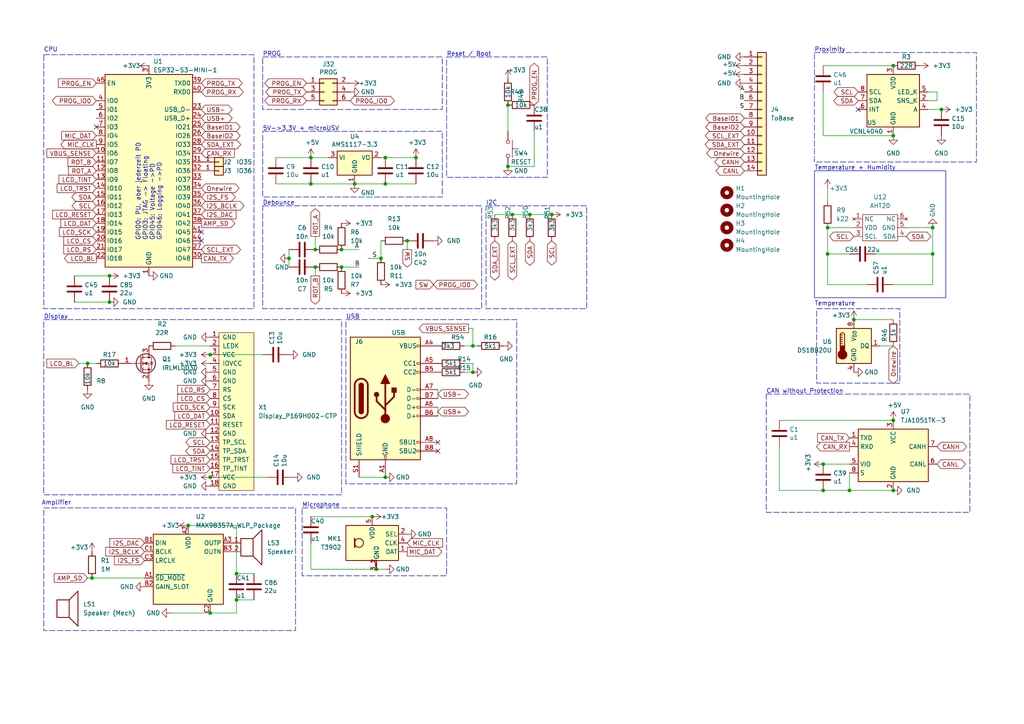
<source format=kicad_sch>
(kicad_sch (version 20250114) (generator "eeschema") (generator_version "9.0")
  (paper "A4")
  (rectangle (start 76.2 38.1) (end 128.27 57.15) (stroke (width 0) (type dash)))
  (rectangle (start 238.125 89.535) (end 238.125 89.535))
  (rectangle (start 100.33 92.71) (end 149.86 140.335) (stroke (width 0) (type dash)))
  (rectangle (start 12.7 147.32) (end 85.725 182.88) (stroke (width 0) (type dash)))
  (rectangle (start 87.63 147.32) (end 129.54 167.005) (stroke (width 0) (type dash)))
  (rectangle (start 236.22 15.24) (end 283.21 46.99) (stroke (width 0) (type dash)))
  (rectangle (start 76.2 59.69) (end 139.7 89.535) (stroke (width 0) (type dash)))
  (rectangle (start 12.7 15.875) (end 73.66 89.535) (stroke (width 0) (type dash)))
  (rectangle (start 140.97 59.69) (end 170.18 89.535) (stroke (width 0) (type dash)))
  (rectangle (start 129.54 16.51) (end 158.75 51.435) (stroke (width 0) (type dash)))
  (rectangle (start 236.855 89.535) (end 260.985 111.125) (stroke (width 0) (type dash)))
  (rectangle (start 236.22 49.53) (end 274.32 86.36))
  (rectangle (start 222.25 114.3) (end 281.305 148.59) (stroke (width 0) (type dash)))
  (rectangle (start 12.7 92.71) (end 99.06 143.51) (stroke (width 0) (type dash)))
  (rectangle (start 76.2 16.51) (end 128.27 31.75) (stroke (width 0) (type dash)))
  (text "CAN without Protection" (at 222.25 114.3 0) (effects (font (size 1.27 1.27)) (justify left bottom)))
  (text "Temperature" (at 236.22 88.9 0) (effects (font (size 1.27 1.27)) (justify left bottom)))
  (text "Proximity" (at 236.22 15.24 0) (effects (font (size 1.27 1.27)) (justify left bottom)))
  (text "Reset / Boot" (at 129.54 16.51 0) (effects (font (size 1.27 1.27)) (justify left bottom)))
  (text "Temperature + Humidity" (at 236.22 49.53 0) (effects (font (size 1.27 1.27)) (justify left bottom)))
  (text "Amplifier" (at 12.065 146.685 0) (effects (font (size 1.27 1.27)) (justify left bottom)))
  (text "USB" (at 100.33 92.71 0) (effects (font (size 1.27 1.27)) (justify left bottom)))
  (text "5V->3,3V + microUSV" (at 76.2 38.1 0) (effects (font (size 1.27 1.27)) (justify left bottom)))
  (text "Debounce" (at 76.2 59.69 0) (effects (font (size 1.27 1.27)) (justify left bottom)))
  (text "Display" (at 12.7 92.71 0) (effects (font (size 1.27 1.27)) (justify left bottom)))
  (text "CPU" (at 12.7 15.24 0) (effects (font (size 1.27 1.27)) (justify left bottom)))
  (text "PSU" (at 83.82 -2.54 0) (effects (font (size 1.27 1.27)) (justify left bottom)))
  (text "I2C" (at 140.97 59.69 0) (effects (font (size 1.27 1.27)) (justify left bottom)))
  (text "GPIO0: PU, aber jederzeit PD\nGPIO3: JTAG -> Floating\nGPIO45: Voltage ->PD\nGPIO46: Logging ->PD" (at 46.99 69.85 90) (effects (font (size 1.27 1.27)) (justify left bottom)))
  (text "Microphone" (at 87.63 147.32 0) (effects (font (size 1.27 1.27)) (justify left bottom)))
  (text "PROG" (at 76.2 16.51 0) (effects (font (size 1.27 1.27)) (justify left bottom)))
  (junction (at 147.32 30.48))
  (junction (at 111.76 53.34))
  (junction (at 111.76 45.72))
  (junction (at 137.16 100.33))
  (junction (at 273.05 31.75))
  (junction (at 99.06 77.47))
  (junction (at 99.06 72.39))
  (junction (at 83.82 74.93))
  (junction (at 31.75 87.63))
  (junction (at 240.03 73.66))
  (junction (at 110.49 74.93))
  (junction (at 60.96 138.43))
  (junction (at 259.08 121.92))
  (junction (at 238.76 142.24))
  (junction (at 60.96 102.87))
  (junction (at 147.32 48.26))
  (junction (at 240.03 66.04))
  (junction (at 111.76 138.43))
  (junction (at 68.58 173.99))
  (junction (at 91.44 72.39))
  (junction (at 153.67 62.23))
  (junction (at 118.11 69.85))
  (junction (at 31.75 80.01))
  (junction (at 238.76 134.62))
  (junction (at 60.96 177.8))
  (junction (at 90.17 45.72))
  (junction (at 259.08 39.37))
  (junction (at 109.22 165.1))
  (junction (at 270.51 66.04))
  (junction (at 107.95 149.86))
  (junction (at 259.08 142.24))
  (junction (at 148.59 62.23))
  (junction (at 247.65 92.71))
  (junction (at 160.02 62.23))
  (junction (at 25.4 105.41))
  (junction (at 91.44 77.47))
  (junction (at 54.61 152.4))
  (junction (at 270.51 73.66))
  (junction (at 259.08 19.05))
  (junction (at 26.67 167.64))
  (junction (at 90.17 53.34))
  (junction (at 137.16 107.95))
  (junction (at 68.58 166.37))
  (junction (at 102.87 53.34))
  (junction (at 246.38 142.24))
  (junction (at 120.65 45.72))
  (no_connect (at 127 130.81))
  (no_connect (at 58.42 67.31))
  (no_connect (at 127 128.27))
  (no_connect (at 58.42 69.85))
  (no_connect (at 248.92 31.75))
  (no_connect (at 27.94 36.83))
  (wire (pts (xy 90.17 165.1) (xy 109.22 165.1)))
  (wire (pts (xy 254 73.66) (xy 270.51 73.66)))
  (wire (pts (xy 238.76 26.67) (xy 238.76 39.37)))
  (wire (pts (xy 99.06 72.39) (xy 104.14 72.39)))
  (wire (pts (xy 90.17 165.1) (xy 90.17 157.48)))
  (wire (pts (xy 49.53 177.8) (xy 60.96 177.8)))
  (wire (pts (xy 269.24 26.67) (xy 271.78 26.67)))
  (wire (pts (xy 104.14 138.43) (xy 111.76 138.43)))
  (wire (pts (xy 269.24 29.21) (xy 271.78 29.21)))
  (wire (pts (xy 21.59 87.63) (xy 31.75 87.63)))
  (wire (pts (xy 143.51 62.23) (xy 148.59 62.23)))
  (wire (pts (xy 270.51 73.66) (xy 270.51 82.55)))
  (wire (pts (xy 90.17 53.34) (xy 102.87 53.34)))
  (wire (pts (xy 91.44 68.58) (xy 91.44 72.39)))
  (wire (pts (xy 259.08 82.55) (xy 270.51 82.55)))
  (wire (pts (xy 240.03 54.61) (xy 240.03 58.42)))
  (wire (pts (xy 118.11 69.85) (xy 118.11 72.39)))
  (wire (pts (xy 154.94 48.26) (xy 154.94 38.1)))
  (wire (pts (xy 83.82 74.93) (xy 83.82 77.47)))
  (wire (pts (xy 137.16 105.41) (xy 137.16 107.95)))
  (wire (pts (xy 246.38 137.16) (xy 246.38 142.24)))
  (wire (pts (xy 91.44 77.47) (xy 91.44 80.01)))
  (wire (pts (xy 95.25 45.72) (xy 90.17 45.72)))
  (wire (pts (xy 226.06 121.92) (xy 259.08 121.92)))
  (wire (pts (xy 80.01 53.34) (xy 90.17 53.34)))
  (wire (pts (xy 25.4 167.64) (xy 26.67 167.64)))
  (wire (pts (xy 271.78 26.67) (xy 271.78 29.21)))
  (wire (pts (xy 110.49 69.85) (xy 110.49 74.93)))
  (wire (pts (xy 83.82 72.39) (xy 83.82 74.93)))
  (wire (pts (xy 137.16 100.33) (xy 138.43 100.33)))
  (wire (pts (xy 255.27 100.33) (xy 259.08 100.33)))
  (wire (pts (xy 270.51 66.04) (xy 270.51 73.66)))
  (wire (pts (xy 262.89 66.04) (xy 270.51 66.04)))
  (wire (pts (xy 238.76 39.37) (xy 259.08 39.37)))
  (wire (pts (xy 111.76 53.34) (xy 120.65 53.34)))
  (wire (pts (xy 238.76 142.24) (xy 246.38 142.24)))
  (wire (pts (xy 60.96 177.8) (xy 68.58 177.8)))
  (wire (pts (xy 246.38 142.24) (xy 259.08 142.24)))
  (wire (pts (xy 68.58 166.37) (xy 68.58 152.4)))
  (wire (pts (xy 137.16 107.95) (xy 134.62 107.95)))
  (wire (pts (xy 22.86 105.41) (xy 25.4 105.41)))
  (wire (pts (xy 226.06 129.54) (xy 226.06 142.24)))
  (wire (pts (xy 25.4 105.41) (xy 27.94 105.41)))
  (wire (pts (xy 102.87 53.34) (xy 111.76 53.34)))
  (wire (pts (xy 60.96 138.43) (xy 77.47 138.43)))
  (wire (pts (xy 240.03 73.66) (xy 240.03 82.55)))
  (wire (pts (xy 134.62 100.33) (xy 137.16 100.33)))
  (wire (pts (xy 50.8 100.33) (xy 60.96 100.33)))
  (wire (pts (xy 134.62 105.41) (xy 137.16 105.41)))
  (wire (pts (xy 148.59 62.23) (xy 153.67 62.23)))
  (wire (pts (xy 226.06 142.24) (xy 238.76 142.24)))
  (wire (pts (xy 99.06 77.47) (xy 104.14 77.47)))
  (wire (pts (xy 60.96 102.87) (xy 76.2 102.87)))
  (wire (pts (xy 90.17 149.86) (xy 107.95 149.86)))
  (wire (pts (xy 127 113.03) (xy 127 115.57)))
  (wire (pts (xy 106.68 74.93) (xy 110.49 74.93)))
  (wire (pts (xy 68.58 173.99) (xy 73.66 173.99)))
  (wire (pts (xy 110.49 45.72) (xy 111.76 45.72)))
  (wire (pts (xy 26.67 167.64) (xy 41.91 167.64)))
  (wire (pts (xy 240.03 66.04) (xy 240.03 73.66)))
  (wire (pts (xy 68.58 177.8) (xy 68.58 173.99)))
  (wire (pts (xy 80.01 45.72) (xy 90.17 45.72)))
  (wire (pts (xy 240.03 82.55) (xy 251.46 82.55)))
  (wire (pts (xy 68.58 152.4) (xy 54.61 152.4)))
  (wire (pts (xy 135.89 95.25) (xy 137.16 95.25)))
  (wire (pts (xy 269.24 31.75) (xy 273.05 31.75)))
  (wire (pts (xy 137.16 95.25) (xy 137.16 100.33)))
  (wire (pts (xy 238.76 134.62) (xy 246.38 134.62)))
  (wire (pts (xy 153.67 62.23) (xy 160.02 62.23)))
  (wire (pts (xy 111.76 45.72) (xy 120.65 45.72)))
  (wire (pts (xy 109.22 165.1) (xy 111.76 165.1)))
  (wire (pts (xy 147.32 30.48) (xy 147.32 38.1)))
  (wire (pts (xy 147.32 48.26) (xy 154.94 48.26)))
  (wire (pts (xy 247.65 92.71) (xy 259.08 92.71)))
  (wire (pts (xy 68.58 166.37) (xy 73.66 166.37)))
  (wire (pts (xy 247.65 66.04) (xy 240.03 66.04)))
  (wire (pts (xy 238.76 19.05) (xy 259.08 19.05)))
  (wire (pts (xy 240.03 73.66) (xy 246.38 73.66)))
  (wire (pts (xy 127 118.11) (xy 127 120.65)))
  (wire (pts (xy 21.59 80.01) (xy 31.75 80.01)))
  (wire (pts (xy 302.26 33.02) (xy 302.26 213.36)))
  (label "S" (at 107.95 74.93 0))
  (label "A" (at 102.87 72.39 0))
  (label "B" (at 102.87 77.47 0))
  (label "A" (at 215.9 26.67 180))
  (label "B" (at 215.9 29.21 180))
  (label "S" (at 215.9 31.75 180))
  (global_label "BaseIO2" (shape bidirectional) (at 215.9 36.83 180) (property "Intersheetrefs" "${INTERSHEET_REFS}" (effects (hide yes))))
  (global_label "MIC_DAT" (shape input) (at 27.94 39.37 180) (property "Intersheetrefs" "${INTERSHEET_REFS}" (effects (hide yes))))
  (global_label "PROG_IO0" (shape bidirectional) (at 27.94 29.21 180) (property "Intersheetrefs" "${INTERSHEET_REFS}" (effects (hide yes))))
  (global_label "SDA_EXT" (shape bidirectional) (at 143.51 69.85 270) (property "Intersheetrefs" "${INTERSHEET_REFS}" (effects (hide yes))))
  (global_label "LCD_DAT" (shape input) (at 27.94 64.77 180) (property "Intersheetrefs" "${INTERSHEET_REFS}" (effects (hide yes))))
  (global_label "SCL" (shape bidirectional) (at 160.02 69.85 270) (property "Intersheetrefs" "${INTERSHEET_REFS}" (effects (hide yes))))
  (global_label "Onewire" (shape bidirectional) (at 215.9 44.45 180) (property "Intersheetrefs" "${INTERSHEET_REFS}" (effects (hide yes))))
  (global_label "LCD_TINT" (shape input) (at 60.96 135.89 180) (property "Intersheetrefs" "${INTERSHEET_REFS}" (effects (hide yes))))
  (global_label "I2S_BCLK" (shape input) (at 41.91 160.02 180) (property "Intersheetrefs" "${INTERSHEET_REFS}" (effects (hide yes))))
  (global_label "PROG_EN" (shape bidirectional) (at 154.94 30.48 90) (property "Intersheetrefs" "${INTERSHEET_REFS}" (effects (hide yes))))
  (global_label "SW" (shape output) (at 118.11 72.39 270) (property "Intersheetrefs" "${INTERSHEET_REFS}" (effects (hide yes))))
  (global_label "LCD_CS" (shape input) (at 60.96 115.57 180) (property "Intersheetrefs" "${INTERSHEET_REFS}" (effects (hide yes))))
  (global_label "CAN_RX" (shape output) (at 246.38 129.54 180) (property "Intersheetrefs" "${INTERSHEET_REFS}" (effects (hide yes))))
  (global_label "USB+" (shape bidirectional) (at 127 119.38 0) (property "Intersheetrefs" "${INTERSHEET_REFS}" (effects (hide yes))))
  (global_label "PROG_IO0" (shape bidirectional) (at 125.73 82.55 0) (property "Intersheetrefs" "${INTERSHEET_REFS}" (effects (hide yes))))
  (global_label "MIC_CLK" (shape output) (at 27.94 41.91 180) (property "Intersheetrefs" "${INTERSHEET_REFS}" (effects (hide yes))))
  (global_label "LCD_TINT" (shape input) (at 27.94 52.07 180) (property "Intersheetrefs" "${INTERSHEET_REFS}" (effects (hide yes))))
  (global_label "ROT_A" (shape output) (at 91.44 68.58 90) (property "Intersheetrefs" "${INTERSHEET_REFS}" (effects (hide yes))))
  (global_label "LCD_SCK" (shape input) (at 60.96 118.11 180) (property "Intersheetrefs" "${INTERSHEET_REFS}" (effects (hide yes))))
  (global_label "SDA" (shape bidirectional) (at 248.92 29.21 180) (property "Intersheetrefs" "${INTERSHEET_REFS}" (effects (hide yes))))
  (global_label "SW" (shape input) (at 125.73 82.55 180) (property "Intersheetrefs" "${INTERSHEET_REFS}" (effects (hide yes))))
  (global_label "CAN_TX" (shape output) (at 58.42 74.93 0) (property "Intersheetrefs" "${INTERSHEET_REFS}" (effects (hide yes))))
  (global_label "CAN_TX" (shape input) (at 246.38 127 180) (property "Intersheetrefs" "${INTERSHEET_REFS}" (effects (hide yes))))
  (global_label "PROG_TX" (shape bidirectional) (at 88.9 26.67 180) (property "Intersheetrefs" "${INTERSHEET_REFS}" (effects (hide yes))))
  (global_label "BaseIO1" (shape bidirectional) (at 58.42 36.83 0) (property "Intersheetrefs" "${INTERSHEET_REFS}" (effects (hide yes))))
  (global_label "SCL" (shape bidirectional) (at 248.92 26.67 180) (property "Intersheetrefs" "${INTERSHEET_REFS}" (effects (hide yes))))
  (global_label "CANL" (shape bidirectional) (at 215.9 49.53 180) (property "Intersheetrefs" "${INTERSHEET_REFS}" (effects (hide yes))))
  (global_label "I2S_BCLK" (shape bidirectional) (at 58.42 59.69 0) (property "Intersheetrefs" "${INTERSHEET_REFS}" (effects (hide yes))))
  (global_label "SCL" (shape bidirectional) (at 27.94 59.69 180) (property "Intersheetrefs" "${INTERSHEET_REFS}" (effects (hide yes))))
  (global_label "PROG_RX" (shape bidirectional) (at 58.42 26.67 0) (property "Intersheetrefs" "${INTERSHEET_REFS}" (effects (hide yes))))
  (global_label "LCD_BL" (shape input) (at 22.86 105.41 180) (property "Intersheetrefs" "${INTERSHEET_REFS}" (effects (hide yes))))
  (global_label "CANL" (shape bidirectional) (at 271.78 134.62 0) (property "Intersheetrefs" "${INTERSHEET_REFS}" (effects (hide yes))))
  (global_label "USB+" (shape bidirectional) (at 58.42 34.29 0) (property "Intersheetrefs" "${INTERSHEET_REFS}" (effects (hide yes))))
  (global_label "AMP_SD" (shape output) (at 58.42 64.77 0) (property "Intersheetrefs" "${INTERSHEET_REFS}" (effects (hide yes))))
  (global_label "ROT_B" (shape input) (at 27.94 46.99 180) (property "Intersheetrefs" "${INTERSHEET_REFS}" (effects (hide yes))))
  (global_label "SDA_EXT" (shape bidirectional) (at 58.42 41.91 0) (property "Intersheetrefs" "${INTERSHEET_REFS}" (effects (hide yes))))
  (global_label "LCD_DAT" (shape input) (at 60.96 120.65 180) (property "Intersheetrefs" "${INTERSHEET_REFS}" (effects (hide yes))))
  (global_label "SDA" (shape bidirectional) (at 60.96 130.81 180) (property "Intersheetrefs" "${INTERSHEET_REFS}" (effects (hide yes))))
  (global_label "MIC_DAT" (shape output) (at 118.11 160.02 0) (property "Intersheetrefs" "${INTERSHEET_REFS}" (effects (hide yes))))
  (global_label "SCL_EXT" (shape bidirectional) (at 215.9 39.37 180) (property "Intersheetrefs" "${INTERSHEET_REFS}" (effects (hide yes))))
  (global_label "LCD_RESET" (shape input) (at 60.96 123.19 180) (property "Intersheetrefs" "${INTERSHEET_REFS}" (effects (hide yes))))
  (global_label "CANH" (shape bidirectional) (at 215.9 46.99 180) (property "Intersheetrefs" "${INTERSHEET_REFS}" (effects (hide yes))))
  (global_label "ROT_B" (shape output) (at 91.44 80.01 270) (property "Intersheetrefs" "${INTERSHEET_REFS}" (effects (hide yes))))
  (global_label "USB-" (shape bidirectional) (at 127 114.3 0) (property "Intersheetrefs" "${INTERSHEET_REFS}" (effects (hide yes))))
  (global_label "PROG_IO0" (shape bidirectional) (at 101.6 29.21 0) (property "Intersheetrefs" "${INTERSHEET_REFS}" (effects (hide yes))))
  (global_label "SCL" (shape bidirectional) (at 60.96 128.27 180) (property "Intersheetrefs" "${INTERSHEET_REFS}" (effects (hide yes))))
  (global_label "LCD_RESET" (shape input) (at 27.94 62.23 180) (property "Intersheetrefs" "${INTERSHEET_REFS}" (effects (hide yes))))
  (global_label "VBUS_SENSE" (shape input) (at 27.94 44.45 180) (property "Intersheetrefs" "${INTERSHEET_REFS}" (effects (hide yes))))
  (global_label "SCL_EXT" (shape bidirectional) (at 58.42 72.39 0) (property "Intersheetrefs" "${INTERSHEET_REFS}" (effects (hide yes))))
  (global_label "CANH" (shape bidirectional) (at 271.78 129.54 0) (property "Intersheetrefs" "${INTERSHEET_REFS}" (effects (hide yes))))
  (global_label "CAN_RX" (shape input) (at 58.42 44.45 0) (property "Intersheetrefs" "${INTERSHEET_REFS}" (effects (hide yes))))
  (global_label "SDA" (shape bidirectional) (at 262.89 68.58 0) (property "Intersheetrefs" "${INTERSHEET_REFS}" (effects (hide yes))))
  (global_label "I2S_DAC" (shape input) (at 41.91 157.48 180) (property "Intersheetrefs" "${INTERSHEET_REFS}" (effects (hide yes))))
  (global_label "SCL_EXT" (shape bidirectional) (at 148.59 69.85 270) (property "Intersheetrefs" "${INTERSHEET_REFS}" (effects (hide yes))))
  (global_label "Onewire" (shape bidirectional) (at 259.08 100.33 270) (property "Intersheetrefs" "${INTERSHEET_REFS}" (effects (hide yes))))
  (global_label "VBUS_SENSE" (shape output) (at 135.89 95.25 180) (property "Intersheetrefs" "${INTERSHEET_REFS}" (effects (hide yes))))
  (global_label "SDA_EXT" (shape bidirectional) (at 215.9 41.91 180) (property "Intersheetrefs" "${INTERSHEET_REFS}" (effects (hide yes))))
  (global_label "PROG_RX" (shape bidirectional) (at 88.9 29.21 180) (property "Intersheetrefs" "${INTERSHEET_REFS}" (effects (hide yes))))
  (global_label "BaseIO1" (shape bidirectional) (at 215.9 34.29 180) (property "Intersheetrefs" "${INTERSHEET_REFS}" (effects (hide yes))))
  (global_label "LCD_TRST" (shape input) (at 60.96 133.35 180) (property "Intersheetrefs" "${INTERSHEET_REFS}" (effects (hide yes))))
  (global_label "LCD_CS" (shape input) (at 27.94 69.85 180) (property "Intersheetrefs" "${INTERSHEET_REFS}" (effects (hide yes))))
  (global_label "PROG_EN" (shape bidirectional) (at 88.9 24.13 180) (property "Intersheetrefs" "${INTERSHEET_REFS}" (effects (hide yes))))
  (global_label "PROG_TX" (shape bidirectional) (at 58.42 24.13 0) (property "Intersheetrefs" "${INTERSHEET_REFS}" (effects (hide yes))))
  (global_label "LCD_RS" (shape input) (at 27.94 72.39 180) (property "Intersheetrefs" "${INTERSHEET_REFS}" (effects (hide yes))))
  (global_label "LCD_BL" (shape output) (at 27.94 74.93 180) (property "Intersheetrefs" "${INTERSHEET_REFS}" (effects (hide yes))))
  (global_label "PROG_EN" (shape input) (at 27.94 24.13 180) (property "Intersheetrefs" "${INTERSHEET_REFS}" (effects (hide yes))))
  (global_label "I2S_DAC" (shape input) (at 58.42 62.23 0) (property "Intersheetrefs" "${INTERSHEET_REFS}" (effects (hide yes))))
  (global_label "USB-" (shape bidirectional) (at 58.42 31.75 0) (property "Intersheetrefs" "${INTERSHEET_REFS}" (effects (hide yes))))
  (global_label "LCD_TRST" (shape input) (at 27.94 54.61 180) (property "Intersheetrefs" "${INTERSHEET_REFS}" (effects (hide yes))))
  (global_label "SDA" (shape bidirectional) (at 153.67 69.85 270) (property "Intersheetrefs" "${INTERSHEET_REFS}" (effects (hide yes))))
  (global_label "SCL" (shape bidirectional) (at 247.65 68.58 180) (property "Intersheetrefs" "${INTERSHEET_REFS}" (effects (hide yes))))
  (global_label "LCD_SCK" (shape input) (at 27.94 67.31 180) (property "Intersheetrefs" "${INTERSHEET_REFS}" (effects (hide yes))))
  (global_label "ROT_A" (shape input) (at 27.94 49.53 180) (property "Intersheetrefs" "${INTERSHEET_REFS}" (effects (hide yes))))
  (global_label "AMP_SD" (shape input) (at 25.4 167.64 180) (property "Intersheetrefs" "${INTERSHEET_REFS}" (effects (hide yes))))
  (global_label "LCD_RS" (shape input) (at 60.96 113.03 180) (property "Intersheetrefs" "${INTERSHEET_REFS}" (effects (hide yes))))
  (global_label "Onewire" (shape bidirectional) (at 58.42 54.61 0) (property "Intersheetrefs" "${INTERSHEET_REFS}" (effects (hide yes))))
  (global_label "MIC_CLK" (shape input) (at 118.11 157.48 0) (property "Intersheetrefs" "${INTERSHEET_REFS}" (effects (hide yes))))
  (global_label "BaseIO2" (shape bidirectional) (at 58.42 39.37 0) (property "Intersheetrefs" "${INTERSHEET_REFS}" (effects (hide yes))))
  (global_label "SDA" (shape bidirectional) (at 27.94 57.15 180) (property "Intersheetrefs" "${INTERSHEET_REFS}" (effects (hide yes))))
  (global_label "I2S_FS" (shape input) (at 41.91 162.56 180) (property "Intersheetrefs" "${INTERSHEET_REFS}" (effects (hide yes))))
  (global_label "I2S_FS" (shape bidirectional) (at 58.42 57.15 0) (property "Intersheetrefs" "${INTERSHEET_REFS}" (effects (hide yes))))
  (symbol (lib_id "power:+3V3") (at 120.65 45.72 0) (unit 1)
    (property "Reference" "#PWR014" (effects (hide yes)))
    (property "Value" "+3V3" (at 121.031 41.3258 0))
    (property "Description" "Power symbol creates a global label with name \"+3V3\"" (effects (hide yes)))
  )
  (symbol (lib_id "power:GND") (at 102.87 53.34 0) (unit 1)
    (property "Reference" "#PWR013" (effects (hide yes)))
    (property "Value" "GND" (at 106.68 55.88 0))
    (property "Description" "Power symbol creates a global label with name \"GND\" , ground" (effects (hide yes)))
  )
  (symbol (lib_id "power:+5V") (at 90.17 45.72 0) (unit 1)
    (property "Reference" "#PWR012" (effects (hide yes)))
    (property "Value" "+5V" (at 90.551 41.3258 0))
    (property "Description" "Power symbol creates a global label with name \"+5V\"" (effects (hide yes)))
  )
  (symbol (lib_id "Regulator_Linear:AMS1117-3.3") (at 102.87 45.72 0) (unit 1)
    (property "Reference" "U4" (at 102.87 39.5732 0))
    (property "Value" "AMS1117-3.3" (at 102.87 41.8846 0))
    (property "Footprint" "Package_TO_SOT_SMD:SOT-223-3_TabPin2" (effects (hide yes)))
    (property "Datasheet" "http://www.advanced-monolithic.com/pdf/ds1117.pdf" (effects (hide yes)))
    (property "Description" "1A Low Dropout regulator, positive, 3.3V fixed output, SOT-223" (effects (hide yes)))
  )
  (symbol (lib_id "Switch:SW_Push") (at 147.32 43.18 270) (unit 1)
    (property "Reference" "SW4" (at 151.13 44.45 90))
    (property "Value" "RESET" (at 151.13 46.99 90))
    (property "Footprint" "liebler_MECH:SW_Push_SPST_NO_4x3x2_handsolder" (effects (hide yes)))
  )
  (symbol (lib_id "Mechanical:MountingHole") (at 210.82 66.04 0) (unit 1)
    (property "Reference" "H3" (at 213.36 64.7699 0) (effects (justify left)))
    (property "Value" "MountingHole" (at 213.36 67.3099 0) (effects (justify left)))
    (property "Footprint" "MountingHole:MountingHole_2.2mm_M2_DIN965" (effects (hide yes)))
    (property "Description" "Mounting Hole without connection" (effects (hide yes)))
  )
  (symbol (lib_id "Device:R") (at 95.25 72.39 90) (unit 1)
    (property "Reference" "R4" (at 95.25 66.04 90))
    (property "Value" "10k" (at 95.25 68.58 90))
    (property "Footprint" "Resistor_SMD:R_0201_0603Metric" (effects (hide yes)))
    (property "Description" "Resistor" (effects (hide yes)))
  )
  (symbol (lib_id "Device:C") (at 90.17 49.53 0) (unit 1)
    (property "Reference" "C10" (at 93.091 48.3616 0) (effects (justify left)))
    (property "Value" "u1" (at 93.091 50.673 0) (effects (justify left)))
    (property "Footprint" "Capacitor_SMD:C_0201_0603Metric" (effects (hide yes)))
  )
  (symbol (lib_id "power:GND") (at 43.18 80.01 90) (unit 1)
    (property "Reference" "#PWR03" (effects (hide yes)))
    (property "Value" "GND" (at 48.26 80.01 90))
    (property "Description" "Power symbol creates a global label with name \"GND\" , ground" (effects (hide yes)))
  )
  (symbol (lib_id "power:GND") (at 259.08 142.24 90) (unit 1)
    (property "Reference" "#PWR022" (effects (hide yes)))
    (property "Value" "GND" (at 262.89 142.2399 90) (effects (justify right)))
    (property "Description" "Power symbol creates a global label with name \"GND\" , ground" (effects (hide yes)))
  )
  (symbol (lib_id "Device:C") (at 226.06 125.73 0) (unit 1)
    (property "Reference" "C1" (at 228.981 124.5616 0) (effects (justify left)))
    (property "Value" "u1" (at 228.981 126.873 0) (effects (justify left)))
    (property "Footprint" "Capacitor_SMD:C_0201_0603Metric" (effects (hide yes)))
  )
  (symbol (lib_id "power:+3V3") (at 247.65 92.71 0) (unit 1)
    (property "Reference" "#PWR082" (effects (hide yes)))
    (property "Value" "+3V3" (at 241.3 91.44 0) (effects (justify left)))
    (property "Description" "Power symbol creates a global label with name \"+3V3\"" (effects (hide yes)))
  )
  (symbol (lib_id "Device:C") (at 255.27 82.55 270) (unit 1)
    (property "Reference" "C57" (at 254.1016 79.629 0) (effects (justify right)))
    (property "Value" "u1" (at 256.413 79.629 0) (effects (justify right)))
    (property "Footprint" "Capacitor_SMD:C_0201_0603Metric" (effects (hide yes)))
    (property "Option" "MS4525DO" (effects (hide yes)))
    (property "MPN" "GRM033R61A104KE15D" (effects (hide yes)))
    (property "Manufacturer" "Murata Electronics" (effects (hide yes)))
  )
  (symbol (lib_id "Connector_Generic:Conn_01x01") (at 63.5 46.99 0) (unit 1)
    (property "Reference" "J2" (at 64.77 46.99 0) (effects (justify left)))
    (property "Value" "IO35" (at 68.58 46.99 0) (effects (justify left)))
    (property "Footprint" "TestPoint:TestPoint_THTPad_D1.5mm_Drill0.7mm" (effects (hide yes)))
    (property "Description" "Generic connector, single row, 01x01, script generated (kicad-library-utils/schlib/autogen/connector/)" (effects (hide yes)))
  )
  (symbol (lib_id "power:GND") (at 49.53 177.8 270) (unit 1)
    (property "Reference" "#PWR094" (effects (hide yes)))
    (property "Value" "GND" (at 44.45 177.8 90))
    (property "Description" "Power symbol creates a global label with name \"GND\" , ground" (effects (hide yes)))
  )
  (symbol (lib_id "power:+5V") (at 259.08 121.92 0) (unit 1)
    (property "Reference" "#PWR04" (effects (hide yes)))
    (property "Value" "+5V" (at 259.461 117.5258 0))
    (property "Description" "Power symbol creates a global label with name \"+5V\"" (effects (hide yes)))
  )
  (symbol (lib_id "Device:C") (at 80.01 102.87 90) (unit 1)
    (property "Reference" "C13" (at 78.8416 99.949 0) (effects (justify left)))
    (property "Value" "10u" (at 81.153 99.949 0) (effects (justify left)))
    (property "Footprint" "Capacitor_SMD:C_0402_1005Metric" (effects (hide yes)))
  )
  (symbol (lib_id "Device:R") (at 262.89 19.05 90) (unit 1)
    (property "Reference" "R3" (at 262.89 16.51 90))
    (property "Value" "22R" (at 262.89 19.05 90))
    (property "Footprint" "Resistor_SMD:R_0805_2012Metric" (effects (hide yes)))
    (property "Description" "Resistor" (effects (hide yes)))
  )
  (symbol (lib_id "power:+3V3") (at 110.49 82.55 270) (unit 1)
    (property "Reference" "#PWR024" (effects (hide yes)))
    (property "Value" "+3V3" (at 114.3 82.5499 90) (effects (justify left)))
    (property "Description" "Power symbol creates a global label with name \"+3V3\"" (effects (hide yes)))
  )
  (symbol (lib_id "power:GND") (at 85.09 138.43 90) (unit 1)
    (property "Reference" "#PWR034" (effects (hide yes)))
    (property "Value" "GND" (at 88.9 138.4299 90) (effects (justify right)))
    (property "Description" "Power symbol creates a global label with name \"GND\" , ground" (effects (hide yes)))
  )
  (symbol (lib_id "Device:C") (at 238.76 22.86 0) (unit 1)
    (property "Reference" "C46" (at 241.681 21.6916 0) (effects (justify left)))
    (property "Value" "u1" (at 241.681 24.003 0) (effects (justify left)))
    (property "Footprint" "Capacitor_SMD:C_0201_0603Metric" (effects (hide yes)))
  )
  (symbol (lib_id "power:GND") (at 41.91 170.18 270) (unit 1)
    (property "Reference" "#PWR06" (effects (hide yes)))
    (property "Value" "GND" (at 36.83 170.18 90))
    (property "Description" "Power symbol creates a global label with name \"GND\" , ground" (effects (hide yes)))
  )
  (symbol (lib_id "Device:R") (at 130.81 105.41 90) (unit 1)
    (property "Reference" "R14" (at 134.62 104.14 90))
    (property "Value" "5k1" (at 130.81 105.41 90))
    (property "Footprint" "Resistor_SMD:R_0402_1005Metric" (effects (hide yes)))
  )
  (symbol (lib_id "liebler_SENSORS:VCNL4040") (at 259.08 29.21 0) (unit 1)
    (property "Reference" "U5" (at 251.46 35.56 0) (effects (justify left)))
    (property "Value" "VCNL4040" (at 246.38 38.1 0) (effects (justify left)))
    (property "Footprint" "liebler_SENSORS:VCNL4040_handsolder" (effects (hide yes)))
    (property "Datasheet" "https://www.vishay.com/docs/84274/vcnl4040.pdf" (effects (hide yes)))
    (property "Description" "Digital Proximity, Ambient Light, RGB and Gesture Sensor" (effects (hide yes)))
  )
  (symbol (lib_id "Connector_Generic:Conn_01x14") (at 220.98 31.75 0) (unit 1)
    (property "Reference" "J4" (at 223.52 31.7499 0) (effects (justify left)))
    (property "Value" "ToBase" (at 223.52 34.2899 0) (effects (justify left)))
    (property "Footprint" "Connector_FFC-FPC:Hirose_FH12-14S-0.5SH_1x14-1MP_P0.50mm_Horizontal" (effects (hide yes)))
    (property "Description" "Generic connector, single row, 01x14, script generated (kicad-library-utils/schlib/autogen/connector/)" (effects (hide yes)))
  )
  (symbol (lib_id "Device:R") (at 148.59 66.04 180) (unit 1)
    (property "Reference" "R52" (at 147.32 59.69 90) (effects (justify left)))
    (property "Value" "3k3" (at 148.59 63.5 90) (effects (justify left)))
    (property "Footprint" "Resistor_SMD:R_0402_1005Metric" (effects (hide yes)))
    (property "MPN" "0402WGF3301TCE" (effects (hide yes)))
    (property "Manufacturer" "UNI-ROYAL(Uniroyal Elec)" (effects (hide yes)))
  )
  (symbol (lib_id "power:GND") (at 60.96 107.95 270) (unit 1)
    (property "Reference" "#PWR016" (effects (hide yes)))
    (property "Value" "GND" (at 57.15 107.9499 90) (effects (justify right)))
    (property "Description" "Power symbol creates a global label with name \"GND\" , ground" (effects (hide yes)))
  )
  (symbol (lib_id "power:GND") (at 273.05 39.37 0) (unit 1)
    (property "Reference" "#PWR041" (effects (hide yes)))
    (property "Value" "GND" (at 273.05 44.45 0))
    (property "Description" "Power symbol creates a global label with name \"GND\" , ground" (effects (hide yes)))
  )
  (symbol (lib_id "Device:C") (at 31.75 83.82 0) (unit 1)
    (property "Reference" "C85" (at 34.671 82.6516 0) (effects (justify left)))
    (property "Value" "22u" (at 34.671 84.963 0) (effects (justify left)))
    (property "Footprint" "Capacitor_SMD:C_0603_1608Metric" (effects (hide yes)))
    (property "MPN" "CL10A226MP8NUNE" (effects (hide yes)))
    (property "Manufacturer" "Samsung Electro-Mechanics" (effects (hide yes)))
  )
  (symbol (lib_id "Mechanical:MountingHole") (at 210.82 55.88 0) (unit 1)
    (property "Reference" "H1" (at 213.36 54.6099 0) (effects (justify left)))
    (property "Value" "MountingHole" (at 213.36 57.1499 0) (effects (justify left)))
    (property "Footprint" "MountingHole:MountingHole_2.2mm_M2_DIN965" (effects (hide yes)))
    (property "Description" "Mounting Hole without connection" (effects (hide yes)))
  )
  (symbol (lib_id "Interface_CAN_LIN:TJA1051TK-3") (at 259.08 132.08 0) (unit 1)
    (property "Reference" "U7" (at 261.2233 119.38 0) (effects (justify left)))
    (property "Value" "TJA1051TK-3" (at 261.2233 121.92 0) (effects (justify left)))
    (property "Footprint" "Package_SON:HVSON-8-1EP_3x3mm_P0.65mm_EP1.6x2.4mm" (effects (hide yes)))
    (property "Datasheet" "https://www.nxp.com/docs/en/data-sheet/TJA1051.pdf" (effects (hide yes)))
    (property "Description" "High-Speed CAN Transceiver, separate VIO, silent mode, VSON-8 (DFN-8)" (effects (hide yes)))
  )
  (symbol (lib_id "Device:R") (at 25.4 109.22 0) (mirror x) (unit 1)
    (property "Reference" "R8" (at 27.94 110.4901 0) (effects (justify left)))
    (property "Value" "10k" (at 25.4 107.95 90) (effects (justify left)))
    (property "Footprint" "Resistor_SMD:R_0201_0603Metric" (effects (hide yes)))
    (property "Description" "Resistor" (effects (hide yes)))
  )
  (symbol (lib_id "Mechanical:MountingHole") (at 210.82 60.96 0) (unit 1)
    (property "Reference" "H2" (at 213.36 59.6899 0) (effects (justify left)))
    (property "Value" "MountingHole" (at 213.36 62.2299 0) (effects (justify left)))
    (property "Footprint" "MountingHole:MountingHole_2.2mm_M2_DIN965" (effects (hide yes)))
    (property "Description" "Mounting Hole without connection" (effects (hide yes)))
  )
  (symbol (lib_id "Mechanical:MountingHole") (at 210.82 71.12 0) (unit 1)
    (property "Reference" "H4" (at 213.36 69.8499 0) (effects (justify left)))
    (property "Value" "MountingHole" (at 213.36 72.3899 0) (effects (justify left)))
    (property "Footprint" "MountingHole:MountingHole_2.2mm_M2_DIN965" (effects (hide yes)))
    (property "Description" "Mounting Hole without connection" (effects (hide yes)))
  )
  (symbol (lib_id "power:+3V3") (at 147.32 22.86 0) (unit 1)
    (property "Reference" "#PWR084" (effects (hide yes)))
    (property "Value" "+3V3" (at 149.86 20.32 0))
    (property "Description" "Power symbol creates a global label with name \"+3V3\"" (effects (hide yes)))
  )
  (symbol (lib_id "power:GND") (at 43.18 110.49 0) (unit 1)
    (property "Reference" "#PWR09" (effects (hide yes)))
    (property "Value" "GND" (at 43.18 115.57 0))
    (property "Description" "Power symbol creates a global label with name \"GND\" , ground" (effects (hide yes)))
  )
  (symbol (lib_id "Device:R") (at 142.24 100.33 90) (unit 1)
    (property "Reference" "R16" (at 142.24 97.79 90))
    (property "Value" "5k1" (at 142.24 100.33 90))
    (property "Footprint" "Resistor_SMD:R_0402_1005Metric" (effects (hide yes)))
  )
  (symbol (lib_id "Device:C") (at 121.92 69.85 90) (mirror x) (unit 1)
    (property "Reference" "C42" (at 121.92 76.2 90))
    (property "Value" "10n" (at 121.92 73.66 90))
    (property "Footprint" "Capacitor_SMD:C_0201_0603Metric" (effects (hide yes)))
    (property "Description" "Unpolarized capacitor" (effects (hide yes)))
  )
  (symbol (lib_id "power:+5V") (at 215.9 21.59 90) (unit 1)
    (property "Reference" "#PWR033" (effects (hide yes)))
    (property "Value" "+5V" (at 211.5058 21.209 90))
    (property "Description" "Power symbol creates a global label with name \"+5V\"" (effects (hide yes)))
  )
  (symbol (lib_id "Device:R") (at 110.49 78.74 0) (mirror x) (unit 1)
    (property "Reference" "R11" (at 113.03 80.0101 0) (effects (justify left)))
    (property "Value" "10k" (at 113.03 77.4701 0) (effects (justify left)))
    (property "Footprint" "Resistor_SMD:R_0201_0603Metric" (effects (hide yes)))
    (property "Description" "Resistor" (effects (hide yes)))
  )
  (symbol (lib_id "Device:R") (at 240.03 62.23 0) (unit 1)
    (property "Reference" "R9" (at 242.57 60.9599 0) (effects (justify left)))
    (property "Value" "k22" (at 242.57 63.4999 0) (effects (justify left)))
    (property "Footprint" "Resistor_SMD:R_0805_2012Metric_Pad1.20x1.40mm_HandSolder" (effects (hide yes)))
    (property "Description" "Resistor" (effects (hide yes)))
    (property "MPN" "0402WGF2200TCE" (effects (hide yes)))
    (property "Manufacturer" "UNI-ROYAL(Uniroyal Elec)" (effects (hide yes)))
  )
  (symbol (lib_id "power:GND") (at 137.16 107.95 90) (unit 1)
    (property "Reference" "#PWR035" (effects (hide yes)))
    (property "Value" "GND" (at 135.89 111.76 90) (effects (justify right)))
  )
  (symbol (lib_id "power:+3V3") (at 238.76 134.62 90) (unit 1)
    (property "Reference" "#PWR01" (effects (hide yes)))
    (property "Value" "+3V3" (at 234.3658 134.239 0))
    (property "Description" "Power symbol creates a global label with name \"+3V3\"" (effects (hide yes)))
  )
  (symbol (lib_id "Device:R") (at 26.67 163.83 0) (unit 1)
    (property "Reference" "R1" (at 29.21 162.5599 0) (effects (justify left)))
    (property "Value" "1M" (at 29.21 165.0999 0) (effects (justify left)))
    (property "Footprint" "Resistor_SMD:R_0805_2012Metric_Pad1.20x1.40mm_HandSolder" (effects (hide yes)))
    (property "Description" "Resistor" (effects (hide yes)))
  )
  (symbol (lib_id "power:+3V3") (at 60.96 105.41 90) (unit 1)
    (property "Reference" "#PWR029" (effects (hide yes)))
    (property "Value" "+3V3" (at 57.15 105.4099 90) (effects (justify left)))
    (property "Description" "Power symbol creates a global label with name \"+3V3\"" (effects (hide yes)))
  )
  (symbol (lib_id "power:+3V3") (at 101.6 24.13 270) (unit 1)
    (property "Reference" "#PWR048" (effects (hide yes)))
    (property "Value" "+3V3" (at 106.68 24.13 90))
  )
  (symbol (lib_id "Device:R") (at 99.06 68.58 0) (unit 1)
    (property "Reference" "R6" (at 101.6 67.3099 0) (effects (justify left)))
    (property "Value" "10k" (at 101.6 69.8499 0) (effects (justify left)))
    (property "Footprint" "Resistor_SMD:R_0201_0603Metric" (effects (hide yes)))
    (property "Description" "Resistor" (effects (hide yes)))
  )
  (symbol (lib_id "power:+3V3") (at 266.7 19.05 270) (unit 1)
    (property "Reference" "#PWR038" (effects (hide yes)))
    (property "Value" "+3V3" (at 270.51 19.0499 90) (effects (justify left)))
    (property "Description" "Power symbol creates a global label with name \"+3V3\"" (effects (hide yes)))
  )
  (symbol (lib_id "power:GND") (at 259.08 39.37 0) (unit 1)
    (property "Reference" "#PWR037" (effects (hide yes)))
    (property "Value" "GND" (at 259.08 44.45 0))
    (property "Description" "Power symbol creates a global label with name \"GND\" , ground" (effects (hide yes)))
  )
  (symbol (lib_id "Device:R") (at 95.25 77.47 90) (mirror x) (unit 1)
    (property "Reference" "R5" (at 95.25 83.82 90))
    (property "Value" "10k" (at 95.25 81.28 90))
    (property "Footprint" "Resistor_SMD:R_0201_0603Metric" (effects (hide yes)))
    (property "Description" "Resistor" (effects (hide yes)))
  )
  (symbol (lib_id "Device:C") (at 81.28 138.43 90) (unit 1)
    (property "Reference" "C14" (at 80.1116 135.509 0) (effects (justify left)))
    (property "Value" "10u" (at 82.423 135.509 0) (effects (justify left)))
    (property "Footprint" "Capacitor_SMD:C_0402_1005Metric" (effects (hide yes)))
  )
  (symbol (lib_id "Device:C") (at 90.17 153.67 0) (unit 1)
    (property "Reference" "C40" (at 90.17 151.13 0) (effects (justify left)))
    (property "Value" "u1" (at 90.17 156.21 0) (effects (justify left)))
    (property "Footprint" "Capacitor_SMD:C_0201_0603Metric" (effects (hide yes)))
  )
  (symbol (lib_id "power:GND") (at 60.96 110.49 270) (unit 1)
    (property "Reference" "#PWR017" (effects (hide yes)))
    (property "Value" "GND" (at 57.15 110.4899 90) (effects (justify right)))
    (property "Description" "Power symbol creates a global label with name \"GND\" , ground" (effects (hide yes)))
  )
  (symbol (lib_id "Device:C") (at 87.63 77.47 90) (mirror x) (unit 1)
    (property "Reference" "C7" (at 87.63 83.82 90))
    (property "Value" "10n" (at 87.63 81.28 90))
    (property "Footprint" "Capacitor_SMD:C_0201_0603Metric" (effects (hide yes)))
    (property "Description" "Unpolarized capacitor" (effects (hide yes)))
  )
  (symbol (lib_id "power:GND") (at 60.96 97.79 270) (unit 1)
    (property "Reference" "#PWR015" (effects (hide yes)))
    (property "Value" "GND" (at 57.15 97.7899 90) (effects (justify right)))
    (property "Description" "Power symbol creates a global label with name \"GND\" , ground" (effects (hide yes)))
  )
  (symbol (lib_id "power:GND") (at 146.05 100.33 90) (unit 1)
    (property "Reference" "#PWR036" (effects (hide yes)))
    (property "Value" "GND" (at 144.78 104.14 90) (effects (justify right)))
  )
  (symbol (lib_id "power:GND") (at 118.11 154.94 90) (unit 1)
    (property "Reference" "#PWR092" (effects (hide yes)))
    (property "Value" "GND" (at 123.19 154.94 90))
    (property "Description" "Power symbol creates a global label with name \"GND\" , ground" (effects (hide yes)))
  )
  (symbol (lib_id "power:GND") (at 31.75 87.63 90) (unit 1)
    (property "Reference" "#PWR027" (effects (hide yes)))
    (property "Value" "GND" (at 35.56 87.6299 90) (effects (justify right)))
    (property "Description" "Power symbol creates a global label with name \"GND\" , ground" (effects (hide yes)))
  )
  (symbol (lib_id "Connector:USB_C_Receptacle_USB2.0") (at 111.76 115.57 0) (unit 1)
    (property "Reference" "J6" (at 104.14 99.06 0))
    (property "Value" "USB" (at 115.57 96.52 0))
    (property "Footprint" "Connector_USB:USB_C_Receptacle_HRO_TYPE-C-31-M-12" (effects (hide yes)))
    (property "Datasheet" "https://www.usb.org/sites/default/files/documents/usb_type-c.zip" (effects (hide yes)))
  )
  (symbol (lib_id "Device:C") (at 250.19 73.66 90) (unit 1)
    (property "Reference" "C56" (at 247.015 72.39 90))
    (property "Value" "22u" (at 253.365 72.39 90))
    (property "Footprint" "Capacitor_SMD:C_0603_1608Metric" (effects (hide yes)))
    (property "MPN" "CL10A226MP8NUNE" (effects (hide yes)))
    (property "Manufacturer" "Samsung Electro-Mechanics" (effects (hide yes)))
  )
  (symbol (lib_id "liebler_SEMICONDUCTORS:AHT21") (at 255.27 66.04 0) (unit 1)
    (property "Reference" "U12" (at 255.27 57.15 0))
    (property "Value" "AHT20" (at 255.27 59.69 0))
    (property "Footprint" "liebler_SEMICONDUCTORS:AHT21" (effects (hide yes)))
    (property "MPN" "AHT20" (effects (hide yes)))
    (property "Manufacturer" "Aosong (Guangzhou) Elec" (effects (hide yes)))
  )
  (symbol (lib_id "power:+3V3") (at 26.67 160.02 0) (unit 1)
    (property "Reference" "#PWR093" (effects (hide yes)))
    (property "Value" "+3V3" (at 20.32 158.75 0) (effects (justify left)))
    (property "Description" "Power symbol creates a global label with name \"+3V3\"" (effects (hide yes)))
  )
  (symbol (lib_id "power:GND") (at 111.76 138.43 90) (unit 1)
    (property "Reference" "#PWR0109" (effects (hide yes)))
    (property "Value" "GND" (at 116.84 138.43 90))
  )
  (symbol (lib_id "power:+3V3") (at 60.96 138.43 90) (unit 1)
    (property "Reference" "#PWR032" (effects (hide yes)))
    (property "Value" "+3V3" (at 57.15 138.4299 90) (effects (justify left)))
    (property "Description" "Power symbol creates a global label with name \"+3V3\"" (effects (hide yes)))
  )
  (symbol (lib_id "power:GND") (at 215.9 24.13 270) (unit 1)
    (property "Reference" "#PWR044" (effects (hide yes)))
    (property "Value" "GND" (at 212.09 24.1301 90) (effects (justify right)))
    (property "Description" "Power symbol creates a global label with name \"GND\" , ground" (effects (hide yes)))
  )
  (symbol (lib_id "Device:C") (at 73.66 170.18 0) (unit 1)
    (property "Reference" "C86" (at 76.581 169.0116 0) (effects (justify left)))
    (property "Value" "22u" (at 76.581 171.323 0) (effects (justify left)))
    (property "Footprint" "Capacitor_SMD:C_0603_1608Metric" (effects (hide yes)))
    (property "MPN" "CL10A226MP8NUNE" (effects (hide yes)))
    (property "Manufacturer" "Samsung Electro-Mechanics" (effects (hide yes)))
  )
  (symbol (lib_id "Connector_Generic:Conn_02x03_Odd_Even") (at 93.98 26.67 0) (unit 1)
    (property "Reference" "J32" (at 95.25 18.6182 0))
    (property "Value" "PROG" (at 95.25 20.9296 0))
    (property "Footprint" "Connector_PinHeader_1.27mm:PinHeader_2x03_P1.27mm_Vertical" (effects (hide yes)))
  )
  (symbol (lib_id "Sensor_Temperature:DS18B20U") (at 247.65 100.33 0) (unit 1)
    (property "Reference" "U6" (at 241.3 99.0599 0) (effects (justify right)))
    (property "Value" "DS18B20U" (at 241.3 101.5999 0) (effects (justify right)))
    (property "Footprint" "liebler_SEMICONDUCTORS:MSOP-8_3x3mm_P0.65mm_handsolder" (effects (hide yes)))
    (property "Datasheet" "http://datasheets.maximintegrated.com/en/ds/DS18B20.pdf" (effects (hide yes)))
    (property "Description" "Programmable Resolution 1-Wire Digital Thermometer MSOP-8" (effects (hide yes)))
  )
  (symbol (lib_id "power:+3V3") (at 99.06 85.09 270) (unit 1)
    (property "Reference" "#PWR08" (effects (hide yes)))
    (property "Value" "+3V3" (at 102.87 85.0899 90) (effects (justify left)))
    (property "Description" "Power symbol creates a global label with name \"+3V3\"" (effects (hide yes)))
  )
  (symbol (lib_id "Device:C") (at 273.05 35.56 0) (unit 1)
    (property "Reference" "C15" (at 275.971 34.3916 0) (effects (justify left)))
    (property "Value" "10u" (at 275.971 36.703 0) (effects (justify left)))
    (property "Footprint" "Capacitor_SMD:C_0402_1005Metric" (effects (hide yes)))
  )
  (symbol (lib_id "Transistor_FET:IRLML0030") (at 40.64 105.41 0) (unit 1)
    (property "Reference" "Q1" (at 46.99 104.1399 0) (effects (justify left)))
    (property "Value" "IRLML0030" (at 46.99 106.6799 0) (effects (justify left)))
    (property "Footprint" "liebler_SEMICONDUCTORS:SOT-23_smaller" (effects (hide yes)))
    (property "Datasheet" "https://www.infineon.com/dgdl/irlml0030pbf.pdf?fileId=5546d462533600a401535664773825df" (effects (hide yes)))
    (property "Description" "5.3A Id, 30V Vds, 27mOhm Rds, N-Channel HEXFET Power MOSFET, SOT-23" (effects (hide yes)))
  )
  (symbol (lib_id "power:+5V") (at 215.9 19.05 90) (unit 1)
    (property "Reference" "#PWR021" (effects (hide yes)))
    (property "Value" "+5V" (at 211.5058 18.669 90))
    (property "Description" "Power symbol creates a global label with name \"+5V\"" (effects (hide yes)))
  )
  (symbol (lib_id "RF_Module:ESP32-S3-MINI-1") (at 43.18 49.53 0) (unit 1)
    (property "Reference" "U1" (at 44.45 17.78 0) (effects (justify left)))
    (property "Value" "ESP32-S3-MINI-1" (at 44.45 20.32 0) (effects (justify left)))
    (property "Footprint" "Espressif:ESP32-S3-MINI-1" (effects (hide yes)))
    (property "Datasheet" "https://www.espressif.com/sites/default/files/documentation/esp32-s3-mini-1_mini-1u_datasheet_en.pdf" (effects (hide yes)))
    (property "Description" "RF Module, ESP32-S3 SoC, Wi-Fi 802.11b/g/n, Bluetooth, BLE, 32-bit, 3.3V, SMD, onboard antenna" (effects (hide yes)))
  )
  (symbol (lib_id "Device:R") (at 160.02 66.04 180) (unit 1)
    (property "Reference" "R51" (at 158.75 59.69 90) (effects (justify left)))
    (property "Value" "3k3" (at 160.02 63.5 90) (effects (justify left)))
    (property "Footprint" "Resistor_SMD:R_0402_1005Metric" (effects (hide yes)))
    (property "MPN" "0402WGF3301TCE" (effects (hide yes)))
    (property "Manufacturer" "UNI-ROYAL(Uniroyal Elec)" (effects (hide yes)))
  )
  (symbol (lib_id "power:GND") (at 101.6 26.67 90) (unit 1)
    (property "Reference" "#PWR049" (effects (hide yes)))
    (property "Value" "GND" (at 106.68 26.67 90))
  )
  (symbol (lib_id "Device:R") (at 259.08 96.52 180) (unit 1)
    (property "Reference" "R46" (at 256.54 95.25 90) (effects (justify left)))
    (property "Value" "1k" (at 259.08 95.25 90) (effects (justify left)))
    (property "Footprint" "Resistor_SMD:R_0402_1005Metric" (effects (hide yes)))
  )
  (symbol (lib_id "Device:C") (at 68.58 170.18 0) (unit 1)
    (property "Reference" "C41" (at 68.58 167.64 0) (effects (justify left)))
    (property "Value" "u1" (at 68.58 172.72 0) (effects (justify left)))
    (property "Footprint" "Capacitor_SMD:C_0201_0603Metric" (effects (hide yes)))
  )
  (symbol (lib_id "Device:R") (at 130.81 100.33 270) (unit 1)
    (property "Reference" "R54" (at 130.81 97.79 90) (effects (justify left)))
    (property "Value" "3k3" (at 128.27 100.33 90) (effects (justify left)))
    (property "Footprint" "Resistor_SMD:R_0402_1005Metric" (effects (hide yes)))
    (property "MPN" "0402WGF3301TCE" (effects (hide yes)))
    (property "Manufacturer" "UNI-ROYAL(Uniroyal Elec)" (effects (hide yes)))
  )
  (symbol (lib_id "power:GND") (at 147.32 48.26 0) (unit 1)
    (property "Reference" "#PWR085" (effects (hide yes)))
    (property "Value" "GND" (at 151.13 49.53 0))
    (property "Description" "Power symbol creates a global label with name \"GND\" , ground" (effects (hide yes)))
  )
  (symbol (lib_id "Device:R") (at 46.99 100.33 90) (unit 1)
    (property "Reference" "R2" (at 46.99 93.98 90))
    (property "Value" "22R" (at 46.99 96.52 90))
    (property "Footprint" "Resistor_SMD:R_0805_2012Metric" (effects (hide yes)))
    (property "Description" "Resistor" (effects (hide yes)))
  )
  (symbol (lib_id "power:GND") (at 60.96 125.73 270) (unit 1)
    (property "Reference" "#PWR018" (effects (hide yes)))
    (property "Value" "GND" (at 57.15 125.7299 90) (effects (justify right)))
    (property "Description" "Power symbol creates a global label with name \"GND\" , ground" (effects (hide yes)))
  )
  (symbol (lib_id "power:+3V3") (at 107.95 149.86 270) (unit 1)
    (property "Reference" "#PWR091" (effects (hide yes)))
    (property "Value" "+3V3" (at 110.49 149.86 90) (effects (justify left)))
    (property "Description" "Power symbol creates a global label with name \"+3V3\"" (effects (hide yes)))
  )
  (symbol (lib_id "power:+3V3") (at 240.03 54.61 0) (unit 1)
    (property "Reference" "#PWR0163" (effects (hide yes)))
    (property "Value" "+3V3" (at 240.538 54.61 0) (effects (justify left)))
    (property "Description" "Power symbol creates a global label with name \"+3V3\"" (effects (hide yes)))
  )
  (symbol (lib_id "liebler_OPTO:Display_P169H002-CTP") (at 68.58 119.38 0) (unit 1)
    (property "Reference" "X1" (at 74.93 118.1099 0) (effects (justify left)))
    (property "Value" "Display_P169H002-CTP" (at 74.93 120.6499 0) (effects (justify left)))
    (property "Footprint" "Connector_FFC-FPC:Hirose_FH12-18S-0.5SH_1x18-1MP_P0.50mm_Horizontal" (effects (hide yes)))
  )
  (symbol (lib_id "Device:R") (at 143.51 66.04 180) (unit 1)
    (property "Reference" "R53" (at 142.24 59.69 90) (effects (justify left)))
    (property "Value" "3k3" (at 143.51 63.5 90) (effects (justify left)))
    (property "Footprint" "Resistor_SMD:R_0402_1005Metric" (effects (hide yes)))
    (property "MPN" "0402WGF3301TCE" (effects (hide yes)))
    (property "Manufacturer" "UNI-ROYAL(Uniroyal Elec)" (effects (hide yes)))
  )
  (symbol (lib_id "liebler_SEMICONDUCTORS:MAX98357A_WLP_Package") (at 54.61 165.1 0) (unit 1)
    (property "Reference" "U2" (at 56.7533 149.86 0) (effects (justify left)))
    (property "Value" "MAX98357A_WLP_Package" (at 56.7533 152.4 0) (effects (justify left)))
    (property "Footprint" "Package_BGA:Maxim_WLP-9_1.595x1.415_Layout3x3_P0.4mm_Ball0.27mm_Pad0.25mm_NSMD" (effects (hide yes)))
    (property "Datasheet" "https://www.analog.com/media/en/technical-documentation/data-sheets/MAX98357A-MAX98357B.pdf" (effects (hide yes)))
    (property "Description" "Mono DAC with amplifier, I2S, PCM, TDM, 32-bit, 96khz, 3.2W, TQFP-16" (effects (hide yes)))
  )
  (symbol (lib_id "power:GND") (at 125.73 69.85 90) (unit 1)
    (property "Reference" "#PWR025" (effects (hide yes)))
    (property "Value" "GND" (at 129.54 69.85 90) (effects (justify right)))
    (property "Description" "Power symbol creates a global label with name \"GND\" , ground" (effects (hide yes)))
  )
  (symbol (lib_id "power:GND") (at 60.96 140.97 270) (unit 1)
    (property "Reference" "#PWR019" (effects (hide yes)))
    (property "Value" "GND" (at 57.15 140.9699 90) (effects (justify right)))
    (property "Description" "Power symbol creates a global label with name \"GND\" , ground" (effects (hide yes)))
  )
  (symbol (lib_id "Device:C") (at 238.76 138.43 0) (unit 1)
    (property "Reference" "C39" (at 241.681 137.2616 0) (effects (justify left)))
    (property "Value" "u1" (at 241.681 139.573 0) (effects (justify left)))
    (property "Footprint" "Capacitor_SMD:C_0201_0603Metric" (effects (hide yes)))
  )
  (symbol (lib_id "Device:R") (at 114.3 69.85 270) (mirror x) (unit 1)
    (property "Reference" "R13" (at 114.3 63.5 90))
    (property "Value" "10k" (at 114.3 66.04 90))
    (property "Footprint" "Resistor_SMD:R_0201_0603Metric" (effects (hide yes)))
    (property "Description" "Resistor" (effects (hide yes)))
  )
  (symbol (lib_id "liebler_SENSORS:T3902") (at 107.95 157.48 0) (unit 1)
    (property "Reference" "MK1" (at 99.06 156.2099 0) (effects (justify right)))
    (property "Value" "T3902" (at 99.06 158.7499 0) (effects (justify right)))
    (property "Footprint" "liebler_SENSORS:MIC_T3902" (effects (hide yes)))
    (property "Datasheet" "https://invensense.tdk.com/products/digital/t3902/" (effects (hide yes)))
  )
  (symbol (lib_id "power:GND") (at 25.4 113.03 0) (unit 1)
    (property "Reference" "#PWR020" (effects (hide yes)))
    (property "Value" "GND" (at 25.4 118.11 0))
    (property "Description" "Power symbol creates a global label with name \"GND\" , ground" (effects (hide yes)))
  )
  (symbol (lib_id "power:+3V3") (at 54.61 152.4 90) (unit 1)
    (property "Reference" "#PWR095" (effects (hide yes)))
    (property "Value" "+3V3" (at 52.07 152.4 90) (effects (justify left)))
    (property "Description" "Power symbol creates a global label with name \"+3V3\"" (effects (hide yes)))
  )
  (symbol (lib_id "Device:C") (at 120.65 49.53 0) (unit 1)
    (property "Reference" "C12" (at 123.571 48.3616 0) (effects (justify left)))
    (property "Value" "10u" (at 123.571 50.673 0) (effects (justify left)))
    (property "Footprint" "Capacitor_SMD:C_0402_1005Metric" (effects (hide yes)))
  )
  (symbol (lib_id "Device:R") (at 31.75 105.41 90) (unit 1)
    (property "Reference" "R17" (at 31.75 102.87 90))
    (property "Value" "10k" (at 31.75 105.41 90))
    (property "Footprint" "Resistor_SMD:R_0201_0603Metric" (effects (hide yes)))
    (property "Description" "Resistor" (effects (hide yes)))
  )
  (symbol (lib_id "power:GND") (at 270.51 66.04 180) (unit 1)
    (property "Reference" "#PWR0165" (effects (hide yes)))
    (property "Value" "GND" (at 270.51 60.96 90))
    (property "Description" "Power symbol creates a global label with name \"GND\" , ground" (effects (hide yes)))
  )
  (symbol (lib_id "Device:C") (at 154.94 34.29 0) (unit 1)
    (property "Reference" "C38" (at 154.94 31.75 0) (effects (justify left)))
    (property "Value" "u1" (at 154.94 36.83 0) (effects (justify left)))
    (property "Footprint" "Capacitor_SMD:C_0201_0603Metric" (effects (hide yes)))
  )
  (symbol (lib_id "liebler_MECH:Speaker_withoutTerminals") (at 19.05 175.26 0) (unit 1)
    (property "Reference" "LS1" (at 24.13 175.2599 0) (effects (justify left)))
    (property "Value" "Speaker (Mech)" (at 24.13 177.7999 0) (effects (justify left)))
    (property "Footprint" "liebler_MECH:SPEAKER_2415" (effects (hide yes)))
    (property "Description" "Speaker" (effects (hide yes)))
  )
  (symbol (lib_id "Device:C") (at 87.63 72.39 90) (unit 1)
    (property "Reference" "C6" (at 87.63 66.04 90))
    (property "Value" "10n" (at 87.63 68.58 90))
    (property "Footprint" "Capacitor_SMD:C_0201_0603Metric" (effects (hide yes)))
    (property "Description" "Unpolarized capacitor" (effects (hide yes)))
  )
  (symbol (lib_id "power:GND") (at 247.65 107.95 90) (unit 1)
    (property "Reference" "#PWR083" (effects (hide yes)))
    (property "Value" "GND" (at 252.73 107.95 90))
    (property "Description" "Power symbol creates a global label with name \"GND\" , ground" (effects (hide yes)))
  )
  (symbol (lib_id "Device:R") (at 151.13 30.48 270) (unit 1)
    (property "Reference" "R48" (at 151.13 27.94 0))
    (property "Value" "10k" (at 151.13 30.48 90))
    (property "Footprint" "Resistor_SMD:R_0201_0603Metric" (effects (hide yes)))
  )
  (symbol (lib_id "Device:Speaker") (at 72.39 157.48 0) (unit 1)
    (property "Reference" "LS3" (at 77.47 157.4799 0) (effects (justify left)))
    (property "Value" "Speaker" (at 77.47 160.0199 0) (effects (justify left)))
    (property "Footprint" "Connector_PinHeader_1.27mm:PinHeader_1x02_P1.27mm_Vertical" (effects (hide yes)))
    (property "Description" "Speaker" (effects (hide yes)))
  )
  (symbol (lib_id "power:+3V3") (at 60.96 102.87 90) (unit 1)
    (property "Reference" "#PWR028" (effects (hide yes)))
    (property "Value" "+3V3" (at 57.15 102.8699 90) (effects (justify left)))
    (property "Description" "Power symbol creates a global label with name \"+3V3\"" (effects (hide yes)))
  )
  (symbol (lib_id "Device:C") (at 111.76 49.53 0) (unit 1)
    (property "Reference" "C11" (at 114.681 48.3616 0) (effects (justify left)))
    (property "Value" "u1" (at 114.681 50.673 0) (effects (justify left)))
    (property "Footprint" "Capacitor_SMD:C_0201_0603Metric" (effects (hide yes)))
  )
  (symbol (lib_id "Device:R") (at 147.32 26.67 180) (unit 1)
    (property "Reference" "R47" (at 149.86 26.67 0))
    (property "Value" "10k" (at 147.32 26.67 90))
    (property "Footprint" "Resistor_SMD:R_0201_0603Metric" (effects (hide yes)))
  )
  (symbol (lib_id "power:+3V3") (at 160.02 62.23 270) (unit 1)
    (property "Reference" "#PWR030" (effects (hide yes)))
    (property "Value" "+3V3" (at 163.83 62.2299 90) (effects (justify left)))
    (property "Description" "Power symbol creates a global label with name \"+3V3\"" (effects (hide yes)))
  )
  (symbol (lib_id "power:GND") (at 83.82 74.93 270) (unit 1)
    (property "Reference" "#PWR05" (effects (hide yes)))
    (property "Value" "GND" (at 83.82 77.47 90) (effects (justify right)))
    (property "Description" "Power symbol creates a global label with name \"GND\" , ground" (effects (hide yes)))
  )
  (symbol (lib_id "Connector_Generic:Conn_01x01") (at 63.5 49.53 0) (unit 1)
    (property "Reference" "J3" (at 64.77 49.53 0) (effects (justify left)))
    (property "Value" "IO36" (at 68.58 49.53 0) (effects (justify left)))
    (property "Footprint" "TestPoint:TestPoint_THTPad_D1.5mm_Drill0.7mm" (effects (hide yes)))
    (property "Description" "Generic connector, single row, 01x01, script generated (kicad-library-utils/schlib/autogen/connector/)" (effects (hide yes)))
  )
  (symbol (lib_id "Device:R") (at 130.81 107.95 90) (unit 1)
    (property "Reference" "R15" (at 134.62 106.68 90))
    (property "Value" "5k1" (at 130.81 107.95 90))
    (property "Footprint" "Resistor_SMD:R_0402_1005Metric" (effects (hide yes)))
  )
  (symbol (lib_id "power:+3V3") (at 43.18 19.05 90) (unit 1)
    (property "Reference" "#PWR02" (effects (hide yes)))
    (property "Value" "+3V3" (at 38.1 19.05 90))
    (property "Description" "Power symbol creates a global label with name \"+3V3\"" (effects (hide yes)))
  )
  (symbol (lib_id "Device:R") (at 99.06 81.28 0) (mirror x) (unit 1)
    (property "Reference" "R7" (at 101.6 82.5501 0) (effects (justify left)))
    (property "Value" "10k" (at 101.6 80.0101 0) (effects (justify left)))
    (property "Footprint" "Resistor_SMD:R_0201_0603Metric" (effects (hide yes)))
    (property "Description" "Resistor" (effects (hide yes)))
  )
  (symbol (lib_id "power:GND") (at 111.76 165.1 90) (unit 1)
    (property "Reference" "#PWR090" (effects (hide yes)))
    (property "Value" "GND" (at 116.84 165.1 90))
    (property "Description" "Power symbol creates a global label with name \"GND\" , ground" (effects (hide yes)))
  )
  (symbol (lib_id "power:+3V3") (at 99.06 64.77 270) (unit 1)
    (property "Reference" "#PWR07" (effects (hide yes)))
    (property "Value" "+3V3" (at 102.87 64.7699 90) (effects (justify left)))
    (property "Description" "Power symbol creates a global label with name \"+3V3\"" (effects (hide yes)))
  )
  (symbol (lib_id "power:GND") (at 215.9 16.51 270) (unit 1)
    (property "Reference" "#PWR040" (effects (hide yes)))
    (property "Value" "GND" (at 212.09 16.5101 90) (effects (justify right)))
    (property "Description" "Power symbol creates a global label with name \"GND\" , ground" (effects (hide yes)))
  )
  (symbol (lib_id "Device:R") (at 153.67 66.04 180) (unit 1)
    (property "Reference" "R50" (at 152.4 63.5 90) (effects (justify right)))
    (property "Value" "3k3" (at 153.67 63.5 90) (effects (justify left)))
    (property "Footprint" "Resistor_SMD:R_0402_1005Metric" (effects (hide yes)))
    (property "MPN" "0402WGF3301TCE" (effects (hide yes)))
    (property "Manufacturer" "UNI-ROYAL(Uniroyal Elec)" (effects (hide yes)))
  )
  (symbol (lib_id "power:+3V3") (at 273.05 31.75 270) (unit 1)
    (property "Reference" "#PWR039" (effects (hide yes)))
    (property "Value" "+3V3" (at 276.86 31.7499 90) (effects (justify left)))
    (property "Description" "Power symbol creates a global label with name \"+3V3\"" (effects (hide yes)))
  )
  (symbol (lib_id "power:+3V3") (at 31.75 80.01 270) (unit 1)
    (property "Reference" "#PWR026" (effects (hide yes)))
    (property "Value" "+3V3" (at 35.56 80.0099 90) (effects (justify left)))
    (property "Description" "Power symbol creates a global label with name \"+3V3\"" (effects (hide yes)))
  )
  (symbol (lib_id "power:GND") (at 83.82 102.87 90) (unit 1)
    (property "Reference" "#PWR031" (effects (hide yes)))
    (property "Value" "GND" (at 87.63 102.8699 90) (effects (justify right)))
    (property "Description" "Power symbol creates a global label with name \"GND\" , ground" (effects (hide yes)))
  )
  (symbol (lib_id "Device:C") (at 21.59 83.82 0) (unit 1)
    (property "Reference" "C45" (at 24.511 82.6516 0) (effects (justify left)))
    (property "Value" "u1" (at 24.511 84.963 0) (effects (justify left)))
    (property "Footprint" "Capacitor_SMD:C_0201_0603Metric" (effects (hide yes)))
  )
  (symbol (lib_id "Device:C") (at 80.01 49.53 0) (unit 1)
    (property "Reference" "C9" (at 82.931 48.3616 0) (effects (justify left)))
    (property "Value" "10u" (at 82.931 50.673 0) (effects (justify left)))
    (property "Footprint" "Capacitor_SMD:C_0402_1005Metric" (effects (hide yes)))
  )
)
</source>
